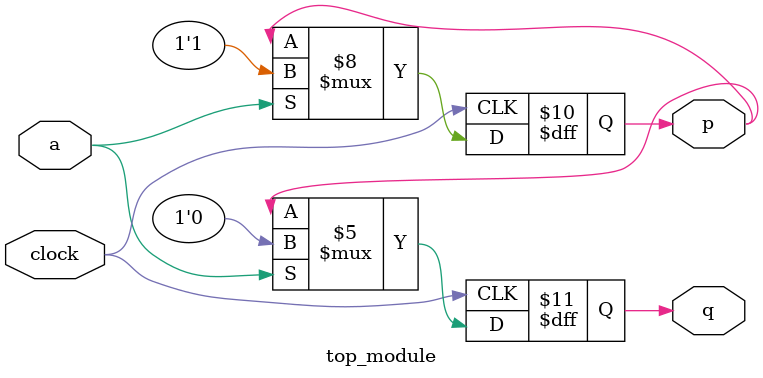
<source format=sv>
module top_module (
  input wire clock,
  input wire a,
  output reg p,
  output reg q
);

// Initialize the outputs
initial begin
  p = 1'b0;
  q = 1'b0;
end

// Sequential logic
always @(posedge clock) begin
  if (a == 1'b1) begin
    p <= 1'b1;
    q <= 1'b0;
  end else begin
    p <= p;
    q <= p;
  end
end

endmodule

</source>
